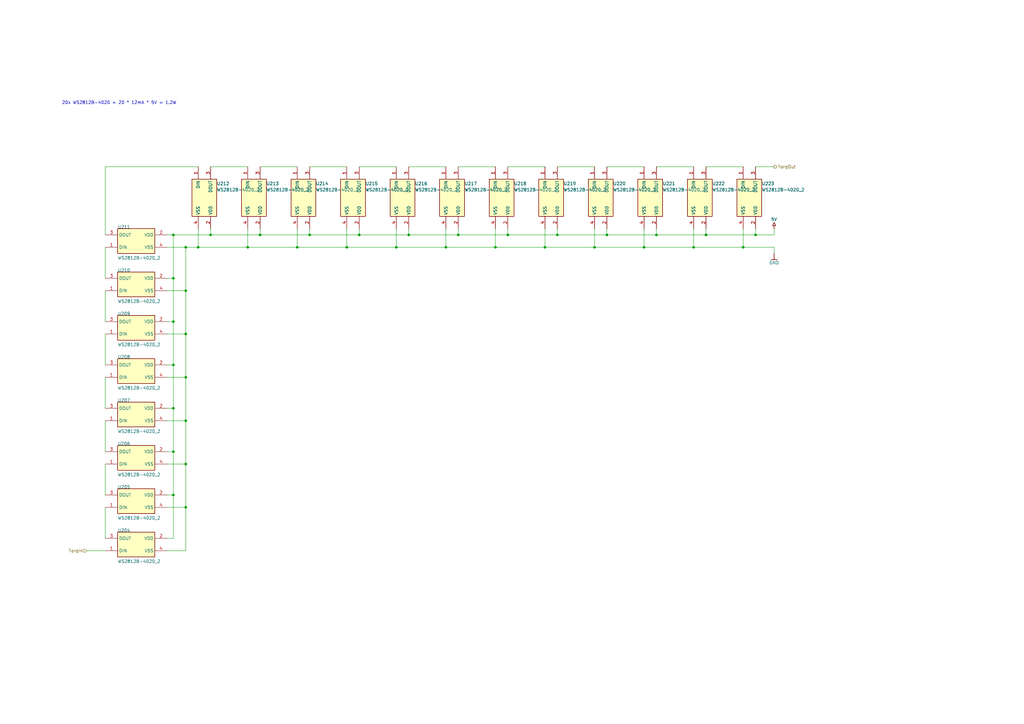
<source format=kicad_sch>
(kicad_sch (version 20231120) (generator "eeschema") (generator_version "8.0")
  (paper "A3")
  (lib_symbols
    (symbol "Speedometer_Tech-altium-import:5V_ARROW" (power)
      (property "Reference" "#PWR" (at 0 0 0))
      (property "Value" "5V" (at 0 3.81 0))
      (symbol "5V_ARROW_0_0"
        (polyline (pts (xy 0 0) (xy 0 -1.27)) (stroke (width 0.254)))
        (polyline (pts (xy -0.635 -1.27) (xy 0.635 -1.27) (xy 0 -2.54) (xy -0.635 -1.27)) (stroke (width 0.254)))
        (pin power_in line (at 0 0 0) (length 0) hide (name "5V") (number ""))
      )
    )
    (symbol "Speedometer_Tech-altium-import:Designator_0_WS2812B-4020_2"
      (symbol "Designator_0_WS2812B-4020_2_1_0"
        (rectangle (start 7.62 5.08) (end -7.62 -5.08) (stroke (width 0.254) (color 128 0 0 1)) (fill (type background)))
        (pin input line (at -12.7 -2.54 0) (length 5.08) (name "DIN") (number "1"))
        (pin power_in line (at 12.7 2.54 180) (length 5.08) (name "VDD") (number "2"))
        (pin output line (at -12.7 2.54 0) (length 5.08) (name "DOUT") (number "3"))
        (pin power_in line (at 12.7 -2.54 180) (length 5.08) (name "VSS") (number "4"))
      )
    )
    (symbol "Speedometer_Tech-altium-import:Designator_3_WS2812B-4020_2"
      (symbol "Designator_3_WS2812B-4020_2_1_0"
        (rectangle (start 5.08 7.62) (end -5.08 -7.62) (stroke (width 0.254) (color 128 0 0 1)) (fill (type background)))
        (pin input line (at -2.54 12.7 270) (length 5.08) (name "DIN") (number "1"))
        (pin power_in line (at 2.54 -12.7 90) (length 5.08) (name "VDD") (number "2"))
        (pin output line (at 2.54 12.7 270) (length 5.08) (name "DOUT") (number "3"))
        (pin power_in line (at -2.54 -12.7 90) (length 5.08) (name "VSS") (number "4"))
      )
    )
    (symbol "Speedometer_Tech-altium-import:GND_BAR" (power)
      (property "Reference" "#PWR" (at 0 0 0))
      (property "Value" "GND" (at 0 3.81 0))
      (symbol "GND_BAR_0_0"
        (polyline (pts (xy -1.27 -2.54) (xy 1.27 -2.54)) (stroke (width 0.254)))
        (polyline (pts (xy 0 0) (xy 0 -2.54)) (stroke (width 0.254)))
        (pin power_in line (at 0 0 0) (length 0) hide (name "GND") (number ""))
      )
    )
  )
  (junction (at 142.24 101.4222))
  (junction (at 101.6 101.4222))
  (junction (at 76.2 172.5422))
  (junction (at 228.6 96.3422))
  (junction (at 223.52 101.4222))
  (junction (at 208.28 96.3422))
  (junction (at 71.12 96.3422))
  (junction (at 203.2 101.4222))
  (junction (at 289.56 96.3422))
  (junction (at 76.2 208.1022))
  (junction (at 76.2 190.3222))
  (junction (at 71.12 167.4622))
  (junction (at 264.16 101.4222))
  (junction (at 71.12 203.0222))
  (junction (at 248.92 96.3422))
  (junction (at 76.2 154.7622))
  (junction (at 71.12 185.2422))
  (junction (at 187.96 96.3422))
  (junction (at 127 96.3422))
  (junction (at 182.88 101.4222))
  (junction (at 71.12 114.1222))
  (junction (at 147.32 96.3422))
  (junction (at 243.84 101.4222))
  (junction (at 71.12 149.6822))
  (junction (at 167.64 96.3422))
  (junction (at 106.68 96.3422))
  (junction (at 304.8 101.4222))
  (junction (at 76.2 101.4222))
  (junction (at 309.88 96.3422))
  (junction (at 162.56 101.4222))
  (junction (at 81.28 101.4222))
  (junction (at 71.12 131.9022))
  (junction (at 76.2 136.9822))
  (junction (at 284.48 101.4222))
  (junction (at 86.36 96.3422))
  (junction (at 76.2 119.2022))
  (junction (at 269.24 96.3422))
  (junction (at 121.92 101.4222))
  (wire (pts (xy 269.24 96.3422) (xy 269.24 93.8022)))
  (wire (pts (xy 68.58 149.6822) (xy 71.12 149.6822)))
  (wire (pts (xy 317.5 96.3422) (xy 317.5 93.8022)))
  (wire (pts (xy 43.18 185.2422) (xy 43.18 172.5422)))
  (wire (pts (xy 68.58 101.4222) (xy 76.2 101.4222)))
  (wire (pts (xy 309.88 93.8022) (xy 309.88 96.3422)))
  (wire (pts (xy 304.8 101.4222) (xy 284.48 101.4222)))
  (wire (pts (xy 71.12 203.0222) (xy 68.58 203.0222)))
  (wire (pts (xy 68.58 208.1022) (xy 76.2 208.1022)))
  (wire (pts (xy 76.2 101.4222) (xy 76.2 119.2022)))
  (wire (pts (xy 76.2 136.9822) (xy 76.2 154.7622)))
  (wire (pts (xy 309.88 68.4022) (xy 317.5 68.4022)))
  (wire (pts (xy 187.96 96.3422) (xy 187.96 93.8022)))
  (wire (pts (xy 203.2 68.4022) (xy 187.96 68.4022)))
  (wire (pts (xy 317.5 103.9622) (xy 317.5 101.4222)))
  (wire (pts (xy 127 96.3422) (xy 127 93.8022)))
  (wire (pts (xy 76.2 119.2022) (xy 76.2 136.9822)))
  (wire (pts (xy 71.12 131.9022) (xy 71.12 149.6822)))
  (wire (pts (xy 264.16 68.4022) (xy 248.92 68.4022)))
  (wire (pts (xy 43.18 131.9022) (xy 43.18 119.2022)))
  (wire (pts (xy 228.6 96.3422) (xy 208.28 96.3422)))
  (wire (pts (xy 182.88 68.4022) (xy 167.64 68.4022)))
  (wire (pts (xy 223.52 68.4022) (xy 208.28 68.4022)))
  (wire (pts (xy 203.2 101.4222) (xy 182.88 101.4222)))
  (wire (pts (xy 243.84 101.4222) (xy 223.52 101.4222)))
  (wire (pts (xy 317.5 101.4222) (xy 304.8 101.4222)))
  (wire (pts (xy 106.68 68.4022) (xy 121.92 68.4022)))
  (wire (pts (xy 289.56 96.3422) (xy 289.56 93.8022)))
  (wire (pts (xy 142.24 101.4222) (xy 121.92 101.4222)))
  (wire (pts (xy 284.48 101.4222) (xy 264.16 101.4222)))
  (wire (pts (xy 43.18 149.6822) (xy 43.18 136.9822)))
  (wire (pts (xy 76.2 225.8822) (xy 68.58 225.8822)))
  (wire (pts (xy 76.2 101.4222) (xy 81.28 101.4222)))
  (wire (pts (xy 43.18 96.3422) (xy 43.18 68.4022)))
  (wire (pts (xy 101.6 68.4022) (xy 86.36 68.4022)))
  (wire (pts (xy 101.6 93.8022) (xy 101.6 101.4222)))
  (wire (pts (xy 142.24 101.4222) (xy 142.24 93.8022)))
  (wire (pts (xy 243.84 68.4022) (xy 228.6 68.4022)))
  (wire (pts (xy 76.2 190.3222) (xy 76.2 208.1022)))
  (wire (pts (xy 71.12 220.8022) (xy 71.12 203.0222)))
  (wire (pts (xy 269.24 96.3422) (xy 248.92 96.3422)))
  (wire (pts (xy 86.36 96.3422) (xy 86.36 93.8022)))
  (wire (pts (xy 208.28 96.3422) (xy 208.28 93.8022)))
  (wire (pts (xy 223.52 101.4222) (xy 203.2 101.4222)))
  (wire (pts (xy 43.18 208.1022) (xy 43.18 220.8022)))
  (wire (pts (xy 167.64 96.3422) (xy 167.64 93.8022)))
  (wire (pts (xy 142.24 68.4022) (xy 127 68.4022)))
  (wire (pts (xy 76.2 172.5422) (xy 76.2 190.3222)))
  (wire (pts (xy 309.88 96.3422) (xy 289.56 96.3422)))
  (wire (pts (xy 208.28 96.3422) (xy 187.96 96.3422)))
  (wire (pts (xy 76.2 154.7622) (xy 76.2 172.5422)))
  (wire (pts (xy 101.6 101.4222) (xy 81.28 101.4222)))
  (wire (pts (xy 182.88 101.4222) (xy 162.56 101.4222)))
  (wire (pts (xy 43.18 203.0222) (xy 43.18 190.3222)))
  (wire (pts (xy 81.28 101.4222) (xy 81.28 93.8022)))
  (wire (pts (xy 106.68 96.3422) (xy 106.68 93.8022)))
  (wire (pts (xy 203.2 93.8022) (xy 203.2 101.4222)))
  (wire (pts (xy 264.16 101.4222) (xy 243.84 101.4222)))
  (wire (pts (xy 43.18 101.4222) (xy 43.18 114.1222)))
  (wire (pts (xy 162.56 68.4022) (xy 147.32 68.4022)))
  (wire (pts (xy 147.32 96.3422) (xy 127 96.3422)))
  (wire (pts (xy 68.58 185.2422) (xy 71.12 185.2422)))
  (wire (pts (xy 284.48 68.4022) (xy 269.24 68.4022)))
  (wire (pts (xy 121.92 101.4222) (xy 101.6 101.4222)))
  (wire (pts (xy 71.12 96.3422) (xy 71.12 114.1222)))
  (wire (pts (xy 35.56 225.8822) (xy 43.18 225.8822)))
  (wire (pts (xy 43.18 68.4022) (xy 81.28 68.4022)))
  (wire (pts (xy 71.12 149.6822) (xy 71.12 167.4622)))
  (wire (pts (xy 147.32 96.3422) (xy 147.32 93.8022)))
  (wire (pts (xy 121.92 101.4222) (xy 121.92 93.8022)))
  (wire (pts (xy 187.96 96.3422) (xy 167.64 96.3422)))
  (wire (pts (xy 68.58 131.9022) (xy 71.12 131.9022)))
  (wire (pts (xy 43.18 154.7622) (xy 43.18 167.4622)))
  (wire (pts (xy 304.8 68.4022) (xy 289.56 68.4022)))
  (wire (pts (xy 289.56 96.3422) (xy 269.24 96.3422)))
  (wire (pts (xy 76.2 208.1022) (xy 76.2 225.8822)))
  (wire (pts (xy 304.8 101.4222) (xy 304.8 93.8022)))
  (wire (pts (xy 68.58 119.2022) (xy 76.2 119.2022)))
  (wire (pts (xy 68.58 190.3222) (xy 76.2 190.3222)))
  (wire (pts (xy 106.68 96.3422) (xy 86.36 96.3422)))
  (wire (pts (xy 248.92 96.3422) (xy 228.6 96.3422)))
  (wire (pts (xy 264.16 101.4222) (xy 264.16 93.8022)))
  (wire (pts (xy 71.12 96.3422) (xy 86.36 96.3422)))
  (wire (pts (xy 248.92 96.3422) (xy 248.92 93.8022)))
  (wire (pts (xy 68.58 154.7622) (xy 76.2 154.7622)))
  (wire (pts (xy 284.48 101.4222) (xy 284.48 93.8022)))
  (wire (pts (xy 68.58 114.1222) (xy 71.12 114.1222)))
  (wire (pts (xy 71.12 185.2422) (xy 71.12 203.0222)))
  (wire (pts (xy 309.88 96.3422) (xy 317.5 96.3422)))
  (wire (pts (xy 162.56 101.4222) (xy 162.56 93.8022)))
  (wire (pts (xy 182.88 101.4222) (xy 182.88 93.8022)))
  (wire (pts (xy 71.12 114.1222) (xy 71.12 131.9022)))
  (wire (pts (xy 223.52 101.4222) (xy 223.52 93.8022)))
  (wire (pts (xy 162.56 101.4222) (xy 142.24 101.4222)))
  (wire (pts (xy 68.58 172.5422) (xy 76.2 172.5422)))
  (wire (pts (xy 68.58 136.9822) (xy 76.2 136.9822)))
  (wire (pts (xy 68.58 96.3422) (xy 71.12 96.3422)))
  (wire (pts (xy 243.84 101.4222) (xy 243.84 93.8022)))
  (wire (pts (xy 228.6 96.3422) (xy 228.6 93.8022)))
  (wire (pts (xy 71.12 167.4622) (xy 71.12 185.2422)))
  (wire (pts (xy 167.64 96.3422) (xy 147.32 96.3422)))
  (wire (pts (xy 127 96.3422) (xy 106.68 96.3422)))
  (wire (pts (xy 68.58 167.4622) (xy 71.12 167.4622)))
  (wire (pts (xy 68.58 220.8022) (xy 71.12 220.8022)))
  (text "20x WS2812B-4020 = 20 * 12mA * 5V = 1.2W" (at 25.4 43.0022 0) (effects (font (size 1.27 1.27)) (justify left bottom)))
  (hierarchical_label "TorqOut" (shape output) (at 317.5 68.4022 0))
  (hierarchical_label "TorqIn" (shape input) (at 35.56 225.8822 180))
  (symbol (lib_id "Speedometer_Tech-altium-import:Designator_3_WS2812B-4020_2") (at 226.06 81.1022 0) (unit 1)
    (property "Reference" "U219" (at 231.14 76.0222 0) (effects (justify left bottom)))
    (property "Value" "WS2812B-4020_2" (at 231.14 78.5622 0) (effects (justify left bottom)))
    (property "Footprint" "LED_WS2812B-4020" (effects (hide yes)))
    (property "Description" "12mA RGB SMD,2x4mm Light Emitting Diodes" (effects (hide yes)))
    (property "PRICE" "None" (effects (hide yes)))
    (property "MP" "WS2812B-4020" (effects (hide yes)))
    (property "AVAILABILITY" "Not in stock" (effects (hide yes)))
    (property "SNAPEDA_LINK" "https://www.snapeda.com/parts/WS2812B-4020/Worldsemi/view-part/?ref=snap" (effects (hide yes)))
    (property "CHECK_PRICES" "https://www.snapeda.com/parts/WS2812B-4020/Worldsemi/view-part/?ref=eda" (effects (hide yes)))
    (property "ALTIUM_VALUE" "*" (effects (hide yes)))
    (property "PACKAGE" "Package" (effects (hide yes)))
    (property "MF" "Worldsemi" (effects (hide yes)))
  )
  (symbol (lib_id "Speedometer_Tech-altium-import:Designator_0_WS2812B-4020_2") (at 55.88 98.8822 0) (unit 1)
    (property "Reference" "U211" (at 48.26 93.8022 0) (effects (justify left bottom)))
    (property "Value" "WS2812B-4020_2" (at 48.26 106.5022 0) (effects (justify left bottom)))
    (property "Footprint" "LED_WS2812B-4020" (effects (hide yes)))
    (property "Description" "12mA RGB SMD,2x4mm Light Emitting Diodes" (effects (hide yes)))
    (property "PRICE" "None" (effects (hide yes)))
    (property "MP" "WS2812B-4020" (effects (hide yes)))
    (property "AVAILABILITY" "Not in stock" (effects (hide yes)))
    (property "SNAPEDA_LINK" "https://www.snapeda.com/parts/WS2812B-4020/Worldsemi/view-part/?ref=snap" (effects (hide yes)))
    (property "CHECK_PRICES" "https://www.snapeda.com/parts/WS2812B-4020/Worldsemi/view-part/?ref=eda" (effects (hide yes)))
    (property "ALTIUM_VALUE" "*" (effects (hide yes)))
    (property "PACKAGE" "Package" (effects (hide yes)))
    (property "MF" "Worldsemi" (effects (hide yes)))
  )
  (symbol (lib_id "Speedometer_Tech-altium-import:GND_BAR") (at 317.5 103.9622 0) (unit 1)
    (property "Reference" "#PWR?" (effects (hide yes)))
    (property "Value" "GND" (at 317.5 107.7722 0))
  )
  (symbol (lib_id "Speedometer_Tech-altium-import:Designator_3_WS2812B-4020_2") (at 185.42 81.1022 0) (unit 1)
    (property "Reference" "U217" (at 190.5 76.0222 0) (effects (justify left bottom)))
    (property "Value" "WS2812B-4020_2" (at 190.5 78.5622 0) (effects (justify left bottom)))
    (property "Footprint" "LED_WS2812B-4020" (effects (hide yes)))
    (property "Description" "12mA RGB SMD,2x4mm Light Emitting Diodes" (effects (hide yes)))
    (property "PRICE" "None" (effects (hide yes)))
    (property "MP" "WS2812B-4020" (effects (hide yes)))
    (property "AVAILABILITY" "Not in stock" (effects (hide yes)))
    (property "SNAPEDA_LINK" "https://www.snapeda.com/parts/WS2812B-4020/Worldsemi/view-part/?ref=snap" (effects (hide yes)))
    (property "CHECK_PRICES" "https://www.snapeda.com/parts/WS2812B-4020/Worldsemi/view-part/?ref=eda" (effects (hide yes)))
    (property "ALTIUM_VALUE" "*" (effects (hide yes)))
    (property "PACKAGE" "Package" (effects (hide yes)))
    (property "MF" "Worldsemi" (effects (hide yes)))
  )
  (symbol (lib_id "Speedometer_Tech-altium-import:Designator_3_WS2812B-4020_2") (at 205.74 81.1022 0) (unit 1)
    (property "Reference" "U218" (at 210.82 76.0222 0) (effects (justify left bottom)))
    (property "Value" "WS2812B-4020_2" (at 210.82 78.5622 0) (effects (justify left bottom)))
    (property "Footprint" "LED_WS2812B-4020" (effects (hide yes)))
    (property "Description" "12mA RGB SMD,2x4mm Light Emitting Diodes" (effects (hide yes)))
    (property "PRICE" "None" (effects (hide yes)))
    (property "MP" "WS2812B-4020" (effects (hide yes)))
    (property "AVAILABILITY" "Not in stock" (effects (hide yes)))
    (property "SNAPEDA_LINK" "https://www.snapeda.com/parts/WS2812B-4020/Worldsemi/view-part/?ref=snap" (effects (hide yes)))
    (property "CHECK_PRICES" "https://www.snapeda.com/parts/WS2812B-4020/Worldsemi/view-part/?ref=eda" (effects (hide yes)))
    (property "ALTIUM_VALUE" "*" (effects (hide yes)))
    (property "PACKAGE" "Package" (effects (hide yes)))
    (property "MF" "Worldsemi" (effects (hide yes)))
  )
  (symbol (lib_id "Speedometer_Tech-altium-import:Designator_3_WS2812B-4020_2") (at 144.78 81.1022 0) (unit 1)
    (property "Reference" "U215" (at 149.86 76.0222 0) (effects (justify left bottom)))
    (property "Value" "WS2812B-4020_2" (at 149.86 78.5622 0) (effects (justify left bottom)))
    (property "Footprint" "LED_WS2812B-4020" (effects (hide yes)))
    (property "Description" "12mA RGB SMD,2x4mm Light Emitting Diodes" (effects (hide yes)))
    (property "PRICE" "None" (effects (hide yes)))
    (property "MP" "WS2812B-4020" (effects (hide yes)))
    (property "AVAILABILITY" "Not in stock" (effects (hide yes)))
    (property "SNAPEDA_LINK" "https://www.snapeda.com/parts/WS2812B-4020/Worldsemi/view-part/?ref=snap" (effects (hide yes)))
    (property "CHECK_PRICES" "https://www.snapeda.com/parts/WS2812B-4020/Worldsemi/view-part/?ref=eda" (effects (hide yes)))
    (property "ALTIUM_VALUE" "*" (effects (hide yes)))
    (property "PACKAGE" "Package" (effects (hide yes)))
    (property "MF" "Worldsemi" (effects (hide yes)))
  )
  (symbol (lib_id "Speedometer_Tech-altium-import:Designator_3_WS2812B-4020_2") (at 104.14 81.1022 0) (unit 1)
    (property "Reference" "U213" (at 109.22 76.0222 0) (effects (justify left bottom)))
    (property "Value" "WS2812B-4020_2" (at 109.22 78.5622 0) (effects (justify left bottom)))
    (property "Footprint" "LED_WS2812B-4020" (effects (hide yes)))
    (property "Description" "12mA RGB SMD,2x4mm Light Emitting Diodes" (effects (hide yes)))
    (property "PRICE" "None" (effects (hide yes)))
    (property "MP" "WS2812B-4020" (effects (hide yes)))
    (property "AVAILABILITY" "Not in stock" (effects (hide yes)))
    (property "SNAPEDA_LINK" "https://www.snapeda.com/parts/WS2812B-4020/Worldsemi/view-part/?ref=snap" (effects (hide yes)))
    (property "CHECK_PRICES" "https://www.snapeda.com/parts/WS2812B-4020/Worldsemi/view-part/?ref=eda" (effects (hide yes)))
    (property "ALTIUM_VALUE" "*" (effects (hide yes)))
    (property "PACKAGE" "Package" (effects (hide yes)))
    (property "MF" "Worldsemi" (effects (hide yes)))
  )
  (symbol (lib_id "Speedometer_Tech-altium-import:Designator_3_WS2812B-4020_2") (at 124.46 81.1022 0) (unit 1)
    (property "Reference" "U214" (at 129.54 76.0222 0) (effects (justify left bottom)))
    (property "Value" "WS2812B-4020_2" (at 129.54 78.5622 0) (effects (justify left bottom)))
    (property "Footprint" "LED_WS2812B-4020" (effects (hide yes)))
    (property "Description" "12mA RGB SMD,2x4mm Light Emitting Diodes" (effects (hide yes)))
    (property "PRICE" "None" (effects (hide yes)))
    (property "MP" "WS2812B-4020" (effects (hide yes)))
    (property "AVAILABILITY" "Not in stock" (effects (hide yes)))
    (property "SNAPEDA_LINK" "https://www.snapeda.com/parts/WS2812B-4020/Worldsemi/view-part/?ref=snap" (effects (hide yes)))
    (property "CHECK_PRICES" "https://www.snapeda.com/parts/WS2812B-4020/Worldsemi/view-part/?ref=eda" (effects (hide yes)))
    (property "ALTIUM_VALUE" "*" (effects (hide yes)))
    (property "PACKAGE" "Package" (effects (hide yes)))
    (property "MF" "Worldsemi" (effects (hide yes)))
  )
  (symbol (lib_id "Speedometer_Tech-altium-import:Designator_0_WS2812B-4020_2") (at 55.88 205.5622 0) (unit 1)
    (property "Reference" "U205" (at 48.26 200.4822 0) (effects (justify left bottom)))
    (property "Value" "WS2812B-4020_2" (at 48.26 213.1822 0) (effects (justify left bottom)))
    (property "Footprint" "LED_WS2812B-4020" (effects (hide yes)))
    (property "Description" "12mA RGB SMD,2x4mm Light Emitting Diodes" (effects (hide yes)))
    (property "PRICE" "None" (effects (hide yes)))
    (property "MP" "WS2812B-4020" (effects (hide yes)))
    (property "AVAILABILITY" "Not in stock" (effects (hide yes)))
    (property "SNAPEDA_LINK" "https://www.snapeda.com/parts/WS2812B-4020/Worldsemi/view-part/?ref=snap" (effects (hide yes)))
    (property "CHECK_PRICES" "https://www.snapeda.com/parts/WS2812B-4020/Worldsemi/view-part/?ref=eda" (effects (hide yes)))
    (property "ALTIUM_VALUE" "*" (effects (hide yes)))
    (property "PACKAGE" "Package" (effects (hide yes)))
    (property "MF" "Worldsemi" (effects (hide yes)))
  )
  (symbol (lib_id "Speedometer_Tech-altium-import:Designator_3_WS2812B-4020_2") (at 307.34 81.1022 0) (unit 1)
    (property "Reference" "U223" (at 312.42 76.0222 0) (effects (justify left bottom)))
    (property "Value" "WS2812B-4020_2" (at 312.42 78.5622 0) (effects (justify left bottom)))
    (property "Footprint" "LED_WS2812B-4020" (effects (hide yes)))
    (property "Description" "12mA RGB SMD,2x4mm Light Emitting Diodes" (effects (hide yes)))
    (property "PRICE" "None" (effects (hide yes)))
    (property "MP" "WS2812B-4020" (effects (hide yes)))
    (property "AVAILABILITY" "Not in stock" (effects (hide yes)))
    (property "SNAPEDA_LINK" "https://www.snapeda.com/parts/WS2812B-4020/Worldsemi/view-part/?ref=snap" (effects (hide yes)))
    (property "CHECK_PRICES" "https://www.snapeda.com/parts/WS2812B-4020/Worldsemi/view-part/?ref=eda" (effects (hide yes)))
    (property "ALTIUM_VALUE" "*" (effects (hide yes)))
    (property "PACKAGE" "Package" (effects (hide yes)))
    (property "MF" "Worldsemi" (effects (hide yes)))
  )
  (symbol (lib_id "Speedometer_Tech-altium-import:Designator_3_WS2812B-4020_2") (at 83.82 81.1022 0) (unit 1)
    (property "Reference" "U212" (at 88.9 76.0222 0) (effects (justify left bottom)))
    (property "Value" "WS2812B-4020_2" (at 88.9 78.5622 0) (effects (justify left bottom)))
    (property "Footprint" "LED_WS2812B-4020" (effects (hide yes)))
    (property "Description" "12mA RGB SMD,2x4mm Light Emitting Diodes" (effects (hide yes)))
    (property "PRICE" "None" (effects (hide yes)))
    (property "MP" "WS2812B-4020" (effects (hide yes)))
    (property "AVAILABILITY" "Not in stock" (effects (hide yes)))
    (property "SNAPEDA_LINK" "https://www.snapeda.com/parts/WS2812B-4020/Worldsemi/view-part/?ref=snap" (effects (hide yes)))
    (property "CHECK_PRICES" "https://www.snapeda.com/parts/WS2812B-4020/Worldsemi/view-part/?ref=eda" (effects (hide yes)))
    (property "ALTIUM_VALUE" "*" (effects (hide yes)))
    (property "PACKAGE" "Package" (effects (hide yes)))
    (property "MF" "Worldsemi" (effects (hide yes)))
  )
  (symbol (lib_id "Speedometer_Tech-altium-import:Designator_0_WS2812B-4020_2") (at 55.88 134.4422 0) (unit 1)
    (property "Reference" "U209" (at 48.26 129.3622 0) (effects (justify left bottom)))
    (property "Value" "WS2812B-4020_2" (at 48.26 142.0622 0) (effects (justify left bottom)))
    (property "Footprint" "LED_WS2812B-4020" (effects (hide yes)))
    (property "Description" "12mA RGB SMD,2x4mm Light Emitting Diodes" (effects (hide yes)))
    (property "PRICE" "None" (effects (hide yes)))
    (property "MP" "WS2812B-4020" (effects (hide yes)))
    (property "AVAILABILITY" "Not in stock" (effects (hide yes)))
    (property "SNAPEDA_LINK" "https://www.snapeda.com/parts/WS2812B-4020/Worldsemi/view-part/?ref=snap" (effects (hide yes)))
    (property "CHECK_PRICES" "https://www.snapeda.com/parts/WS2812B-4020/Worldsemi/view-part/?ref=eda" (effects (hide yes)))
    (property "ALTIUM_VALUE" "*" (effects (hide yes)))
    (property "PACKAGE" "Package" (effects (hide yes)))
    (property "MF" "Worldsemi" (effects (hide yes)))
  )
  (symbol (lib_id "Speedometer_Tech-altium-import:Designator_3_WS2812B-4020_2") (at 165.1 81.1022 0) (unit 1)
    (property "Reference" "U216" (at 170.18 76.0222 0) (effects (justify left bottom)))
    (property "Value" "WS2812B-4020_2" (at 170.18 78.5622 0) (effects (justify left bottom)))
    (property "Footprint" "LED_WS2812B-4020" (effects (hide yes)))
    (property "Description" "12mA RGB SMD,2x4mm Light Emitting Diodes" (effects (hide yes)))
    (property "PRICE" "None" (effects (hide yes)))
    (property "MP" "WS2812B-4020" (effects (hide yes)))
    (property "AVAILABILITY" "Not in stock" (effects (hide yes)))
    (property "SNAPEDA_LINK" "https://www.snapeda.com/parts/WS2812B-4020/Worldsemi/view-part/?ref=snap" (effects (hide yes)))
    (property "CHECK_PRICES" "https://www.snapeda.com/parts/WS2812B-4020/Worldsemi/view-part/?ref=eda" (effects (hide yes)))
    (property "ALTIUM_VALUE" "*" (effects (hide yes)))
    (property "PACKAGE" "Package" (effects (hide yes)))
    (property "MF" "Worldsemi" (effects (hide yes)))
  )
  (symbol (lib_id "Speedometer_Tech-altium-import:Designator_3_WS2812B-4020_2") (at 266.7 81.1022 0) (unit 1)
    (property "Reference" "U221" (at 271.78 76.0222 0) (effects (justify left bottom)))
    (property "Value" "WS2812B-4020_2" (at 271.78 78.5622 0) (effects (justify left bottom)))
    (property "Footprint" "LED_WS2812B-4020" (effects (hide yes)))
    (property "Description" "12mA RGB SMD,2x4mm Light Emitting Diodes" (effects (hide yes)))
    (property "PRICE" "None" (effects (hide yes)))
    (property "MP" "WS2812B-4020" (effects (hide yes)))
    (property "AVAILABILITY" "Not in stock" (effects (hide yes)))
    (property "SNAPEDA_LINK" "https://www.snapeda.com/parts/WS2812B-4020/Worldsemi/view-part/?ref=snap" (effects (hide yes)))
    (property "CHECK_PRICES" "https://www.snapeda.com/parts/WS2812B-4020/Worldsemi/view-part/?ref=eda" (effects (hide yes)))
    (property "ALTIUM_VALUE" "*" (effects (hide yes)))
    (property "PACKAGE" "Package" (effects (hide yes)))
    (property "MF" "Worldsemi" (effects (hide yes)))
  )
  (symbol (lib_id "Speedometer_Tech-altium-import:Designator_0_WS2812B-4020_2") (at 55.88 223.3422 0) (unit 1)
    (property "Reference" "U204" (at 48.26 218.2622 0) (effects (justify left bottom)))
    (property "Value" "WS2812B-4020_2" (at 48.26 230.9622 0) (effects (justify left bottom)))
    (property "Footprint" "LED_WS2812B-4020" (effects (hide yes)))
    (property "Description" "12mA RGB SMD,2x4mm Light Emitting Diodes" (effects (hide yes)))
    (property "PRICE" "None" (effects (hide yes)))
    (property "MP" "WS2812B-4020" (effects (hide yes)))
    (property "AVAILABILITY" "Not in stock" (effects (hide yes)))
    (property "SNAPEDA_LINK" "https://www.snapeda.com/parts/WS2812B-4020/Worldsemi/view-part/?ref=snap" (effects (hide yes)))
    (property "CHECK_PRICES" "https://www.snapeda.com/parts/WS2812B-4020/Worldsemi/view-part/?ref=eda" (effects (hide yes)))
    (property "ALTIUM_VALUE" "*" (effects (hide yes)))
    (property "PACKAGE" "Package" (effects (hide yes)))
    (property "MF" "Worldsemi" (effects (hide yes)))
  )
  (symbol (lib_id "Speedometer_Tech-altium-import:Designator_3_WS2812B-4020_2") (at 287.02 81.1022 0) (unit 1)
    (property "Reference" "U222" (at 292.1 76.0222 0) (effects (justify left bottom)))
    (property "Value" "WS2812B-4020_2" (at 292.1 78.5622 0) (effects (justify left bottom)))
    (property "Footprint" "LED_WS2812B-4020" (effects (hide yes)))
    (property "Description" "12mA RGB SMD,2x4mm Light Emitting Diodes" (effects (hide yes)))
    (property "PRICE" "None" (effects (hide yes)))
    (property "MP" "WS2812B-4020" (effects (hide yes)))
    (property "AVAILABILITY" "Not in stock" (effects (hide yes)))
    (property "SNAPEDA_LINK" "https://www.snapeda.com/parts/WS2812B-4020/Worldsemi/view-part/?ref=snap" (effects (hide yes)))
    (property "CHECK_PRICES" "https://www.snapeda.com/parts/WS2812B-4020/Worldsemi/view-part/?ref=eda" (effects (hide yes)))
    (property "ALTIUM_VALUE" "*" (effects (hide yes)))
    (property "PACKAGE" "Package" (effects (hide yes)))
    (property "MF" "Worldsemi" (effects (hide yes)))
  )
  (symbol (lib_id "Speedometer_Tech-altium-import:Designator_0_WS2812B-4020_2") (at 55.88 152.2222 0) (unit 1)
    (property "Reference" "U208" (at 48.26 147.1422 0) (effects (justify left bottom)))
    (property "Value" "WS2812B-4020_2" (at 48.26 159.8422 0) (effects (justify left bottom)))
    (property "Footprint" "LED_WS2812B-4020" (effects (hide yes)))
    (property "Description" "12mA RGB SMD,2x4mm Light Emitting Diodes" (effects (hide yes)))
    (property "PRICE" "None" (effects (hide yes)))
    (property "MP" "WS2812B-4020" (effects (hide yes)))
    (property "AVAILABILITY" "Not in stock" (effects (hide yes)))
    (property "SNAPEDA_LINK" "https://www.snapeda.com/parts/WS2812B-4020/Worldsemi/view-part/?ref=snap" (effects (hide yes)))
    (property "CHECK_PRICES" "https://www.snapeda.com/parts/WS2812B-4020/Worldsemi/view-part/?ref=eda" (effects (hide yes)))
    (property "ALTIUM_VALUE" "*" (effects (hide yes)))
    (property "PACKAGE" "Package" (effects (hide yes)))
    (property "MF" "Worldsemi" (effects (hide yes)))
  )
  (symbol (lib_id "Speedometer_Tech-altium-import:5V_ARROW") (at 317.5 93.8022 180) (unit 1)
    (property "Reference" "#PWR?" (effects (hide yes)))
    (property "Value" "5V" (at 317.5 89.9922 0))
  )
  (symbol (lib_id "Speedometer_Tech-altium-import:Designator_0_WS2812B-4020_2") (at 55.88 116.6622 0) (unit 1)
    (property "Reference" "U210" (at 48.26 111.5822 0) (effects (justify left bottom)))
    (property "Value" "WS2812B-4020_2" (at 48.26 124.2822 0) (effects (justify left bottom)))
    (property "Footprint" "LED_WS2812B-4020" (effects (hide yes)))
    (property "Description" "12mA RGB SMD,2x4mm Light Emitting Diodes" (effects (hide yes)))
    (property "PRICE" "None" (effects (hide yes)))
    (property "MP" "WS2812B-4020" (effects (hide yes)))
    (property "AVAILABILITY" "Not in stock" (effects (hide yes)))
    (property "SNAPEDA_LINK" "https://www.snapeda.com/parts/WS2812B-4020/Worldsemi/view-part/?ref=snap" (effects (hide yes)))
    (property "CHECK_PRICES" "https://www.snapeda.com/parts/WS2812B-4020/Worldsemi/view-part/?ref=eda" (effects (hide yes)))
    (property "ALTIUM_VALUE" "*" (effects (hide yes)))
    (property "PACKAGE" "Package" (effects (hide yes)))
    (property "MF" "Worldsemi" (effects (hide yes)))
  )
  (symbol (lib_id "Speedometer_Tech-altium-import:Designator_3_WS2812B-4020_2") (at 246.38 81.1022 0) (unit 1)
    (property "Reference" "U220" (at 251.46 76.0222 0) (effects (justify left bottom)))
    (property "Value" "WS2812B-4020_2" (at 251.46 78.5622 0) (effects (justify left bottom)))
    (property "Footprint" "LED_WS2812B-4020" (effects (hide yes)))
    (property "Description" "12mA RGB SMD,2x4mm Light Emitting Diodes" (effects (hide yes)))
    (property "PRICE" "None" (effects (hide yes)))
    (property "MP" "WS2812B-4020" (effects (hide yes)))
    (property "AVAILABILITY" "Not in stock" (effects (hide yes)))
    (property "SNAPEDA_LINK" "https://www.snapeda.com/parts/WS2812B-4020/Worldsemi/view-part/?ref=snap" (effects (hide yes)))
    (property "CHECK_PRICES" "https://www.snapeda.com/parts/WS2812B-4020/Worldsemi/view-part/?ref=eda" (effects (hide yes)))
    (property "ALTIUM_VALUE" "*" (effects (hide yes)))
    (property "PACKAGE" "Package" (effects (hide yes)))
    (property "MF" "Worldsemi" (effects (hide yes)))
  )
  (symbol (lib_id "Speedometer_Tech-altium-import:Designator_0_WS2812B-4020_2") (at 55.88 187.7822 0) (unit 1)
    (property "Reference" "U206" (at 48.26 182.7022 0) (effects (justify left bottom)))
    (property "Value" "WS2812B-4020_2" (at 48.26 195.4022 0) (effects (justify left bottom)))
    (property "Footprint" "LED_WS2812B-4020" (effects (hide yes)))
    (property "Description" "12mA RGB SMD,2x4mm Light Emitting Diodes" (effects (hide yes)))
    (property "PRICE" "None" (effects (hide yes)))
    (property "MP" "WS2812B-4020" (effects (hide yes)))
    (property "AVAILABILITY" "Not in stock" (effects (hide yes)))
    (property "SNAPEDA_LINK" "https://www.snapeda.com/parts/WS2812B-4020/Worldsemi/view-part/?ref=snap" (effects (hide yes)))
    (property "CHECK_PRICES" "https://www.snapeda.com/parts/WS2812B-4020/Worldsemi/view-part/?ref=eda" (effects (hide yes)))
    (property "ALTIUM_VALUE" "*" (effects (hide yes)))
    (property "PACKAGE" "Package" (effects (hide yes)))
    (property "MF" "Worldsemi" (effects (hide yes)))
  )
  (symbol (lib_id "Speedometer_Tech-altium-import:Designator_0_WS2812B-4020_2") (at 55.88 170.0022 0) (unit 1)
    (property "Reference" "U207" (at 48.26 164.9222 0) (effects (justify left bottom)))
    (property "Value" "WS2812B-4020_2" (at 48.26 177.6222 0) (effects (justify left bottom)))
    (property "Footprint" "LED_WS2812B-4020" (effects (hide yes)))
    (property "Description" "12mA RGB SMD,2x4mm Light Emitting Diodes" (effects (hide yes)))
    (property "PRICE" "None" (effects (hide yes)))
    (property "MP" "WS2812B-4020" (effects (hide yes)))
    (property "AVAILABILITY" "Not in stock" (effects (hide yes)))
    (property "SNAPEDA_LINK" "https://www.snapeda.com/parts/WS2812B-4020/Worldsemi/view-part/?ref=snap" (effects (hide yes)))
    (property "CHECK_PRICES" "https://www.snapeda.com/parts/WS2812B-4020/Worldsemi/view-part/?ref=eda" (effects (hide yes)))
    (property "ALTIUM_VALUE" "*" (effects (hide yes)))
    (property "PACKAGE" "Package" (effects (hide yes)))
    (property "MF" "Worldsemi" (effects (hide yes)))
  )
)
</source>
